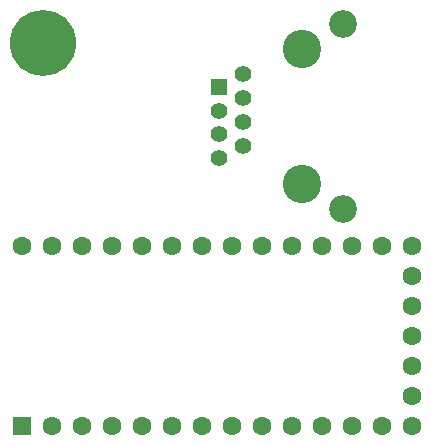
<source format=gbr>
%TF.GenerationSoftware,KiCad,Pcbnew,(5.1.8-0-10_14)*%
%TF.CreationDate,2021-03-11T09:37:04+11:00*%
%TF.ProjectId,Controller,436f6e74-726f-46c6-9c65-722e6b696361,rev?*%
%TF.SameCoordinates,Original*%
%TF.FileFunction,Soldermask,Top*%
%TF.FilePolarity,Negative*%
%FSLAX46Y46*%
G04 Gerber Fmt 4.6, Leading zero omitted, Abs format (unit mm)*
G04 Created by KiCad (PCBNEW (5.1.8-0-10_14)) date 2021-03-11 09:37:04*
%MOMM*%
%LPD*%
G01*
G04 APERTURE LIST*
%ADD10R,1.398000X1.398000*%
%ADD11C,1.398000*%
%ADD12C,3.250000*%
%ADD13C,2.355000*%
%ADD14C,1.600000*%
%ADD15R,1.600000X1.600000*%
%ADD16C,5.600000*%
G04 APERTURE END LIST*
D10*
%TO.C,J2*%
X145670000Y-82365000D03*
D11*
X147700000Y-81345000D03*
X147700000Y-83375000D03*
X147700000Y-85405000D03*
X145670000Y-84395000D03*
X145670000Y-86425000D03*
X145670000Y-88455000D03*
X147700000Y-87435000D03*
D12*
X152700000Y-90615000D03*
X152700000Y-79185000D03*
D13*
X156210000Y-92700000D03*
X156210000Y-77100000D03*
%TD*%
D14*
%TO.C,U2*%
X162000000Y-103480000D03*
X162000000Y-100940000D03*
X162000000Y-98400000D03*
X162000000Y-95860000D03*
X162000000Y-106020000D03*
X162000000Y-108560000D03*
X162000000Y-111100000D03*
X159460000Y-95860000D03*
X156920000Y-95860000D03*
X154380000Y-95860000D03*
X151840000Y-95860000D03*
X149300000Y-95860000D03*
X146760000Y-95860000D03*
X144220000Y-95860000D03*
X141680000Y-95860000D03*
X139140000Y-95860000D03*
X136600000Y-95860000D03*
X134060000Y-95860000D03*
X131520000Y-95860000D03*
X128980000Y-95860000D03*
X159460000Y-111100000D03*
X156920000Y-111100000D03*
X154380000Y-111100000D03*
X151840000Y-111100000D03*
X149300000Y-111100000D03*
X146760000Y-111100000D03*
X144220000Y-111100000D03*
X141680000Y-111100000D03*
X139140000Y-111100000D03*
X136600000Y-111100000D03*
X134060000Y-111100000D03*
X131520000Y-111100000D03*
D15*
X128980000Y-111100000D03*
%TD*%
D16*
%TO.C,REF\u002A\u002A*%
X130800000Y-78700000D03*
%TD*%
M02*

</source>
